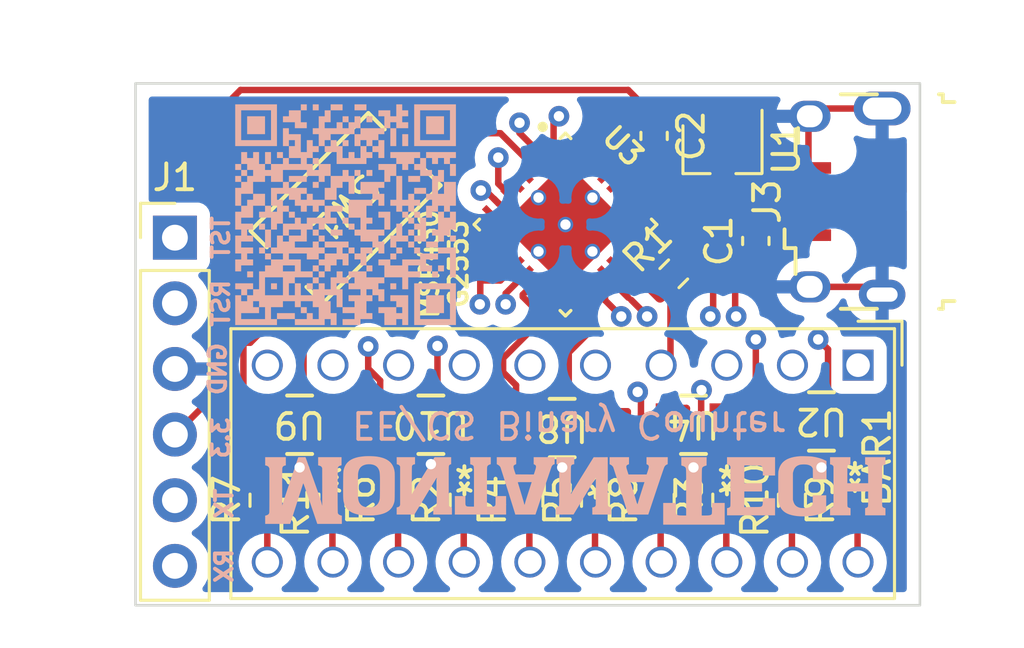
<source format=kicad_pcb>
(kicad_pcb (version 20211014) (generator pcbnew)
  (layers (0 "F.Cu" signal) (1 "In1.Cu" signal) (2 "In2.Cu" signal) (31 "B.Cu" signal) (34 "B.Paste" user) (35 "F.Paste" user) (36 "B.SilkS" user "B.Silkscreen") (37 "F.SilkS" user "F.Silkscreen") (38 "B.Mask" user) (39 "F.Mask" user) (44 "Edge.Cuts" user))
  (net 0 "")
  (net 1 "+5V")
  (net 5 "GND")
  (net 6 "/L9")
  (net 7 "/L8")
  (net 8 "/L7")
  (net 9 "/L6")
  (net 10 "/L5")
  (net 11 "+3V3")
  (net 13 "/L4")
  (net 14 "/L3")
  (net 15 "/L2")
  (net 16 "/L1")
  (net 17 "/L0")
  (net 18 "Net-(R2-Pad2)")
  (net 20 "Net-(R4-Pad2)")
  (net 21 "Net-(R5-Pad2)")
  (net 22 "Net-(R6-Pad2)")
  (net 23 "Net-(R7-Pad2)")
  (net 24 "Net-(R9-Pad2)")
  (net 25 "/RX0")
  (net 26 "/TX0")
  (net 27 "/TST")
  (net 28 "/RST")
  (net 29 "Net-(R8-Pad2)")
  (net 30 "Net-(R10-Pad2)")
  (net 31 "Net-(R11-Pad2)")
  (net 32 "/Sig_L1")
  (net 33 "/Sig_L0")
  (net 34 "Net-(R3-Pad2)")
  (net 35 "/Sig_L8")
  (net 36 "/SW_1")
  (net 37 "/Sig_L9")
  (net 39 "/Sig_L2")
  (net 41 "/Sig_L3")
  (net 42 "/Sig_L4")
  (net 50 "/Sig_L5")
  (net 54 "/Sig_L6")
  (net 55 "/Sig_L7")
  (footprint "Capacitor_SMD:C_0603_1608Metric" (layer "F.Cu") (at 101.092 95.25 90)
    (fp_text reference "C1" (at 0 -1.43 90) (layer "F.SilkS"))
    (fp_text value "0.1u")
    (pad "1" smd roundrect (at -0.775 0 90) (size 0.9 0.95) (layers "F.Cu" "F.Paste" "F.Mask") (net 1 "+5V"))
    (pad "2" smd roundrect (at 0.775 0 90) (size 0.9 0.95) (layers "F.Cu" "F.Paste" "F.Mask") (net 5 "GND"))
  )
  (footprint "USB:USB_Micro-B_Wuerth_629105150521" (layer "F.Cu") (at 105.029 93.726 90)
    (fp_text reference "J3" (at 0 -3.5 90) (layer "F.SilkS"))
    (fp_text value "USB_B_Micro")
    (pad "" np_thru_hole oval (at -1.95 -0.95 90) (size 0.8 0.8) (drill 0.8) (layers F&B.Cu *.Mask))
    (pad "" np_thru_hole oval (at 1.95 -0.95 90) (size 0.8 0.8) (drill 0.8) (layers F&B.Cu *.Mask))
    (pad "1" smd rect (at -1.3 -1.9 90) (size 0.45 1.75) (layers "F.Cu" "F.Paste" "F.Mask") (net 1 "+5V"))
    (pad "2" smd rect (at -0.65 -1.9 90) (size 0.45 1.75) (layers "F.Cu" "F.Paste" "F.Mask"))
    (pad "3" smd rect (at 0 -1.9 90) (size 0.45 1.75) (layers "F.Cu" "F.Paste" "F.Mask"))
    (pad "4" smd rect (at 0.65 -1.9 90) (size 0.45 1.75) (layers "F.Cu" "F.Paste" "F.Mask"))
    (pad "5" smd rect (at 1.3 -1.9 90) (size 0.45 1.75) (layers "F.Cu" "F.Paste" "F.Mask") (net 5 "GND"))
    (pad "6" thru_hole oval (at -3.6 0.95 90) (size 1.15 1.8) (drill oval 0.55 1.2) (layers *.Cu *.Mask) (net 5 "GND"))
    (pad "6" thru_hole oval (at -3.3 -1.85 90) (size 1.2 1.6) (drill oval 0.85 1) (layers *.Cu *.Mask) (net 5 "GND"))
    (pad "6" smd rect (at -1.3 0.95 90) (size 1.9 1.9) (layers "F.Cu" "F.Paste" "F.Mask") (net 5 "GND"))
    (pad "6" smd rect (at 1.3 0.95 90) (size 1.9 1.9) (layers "F.Cu" "F.Paste" "F.Mask") (net 5 "GND"))
    (pad "6" thru_hole oval (at 3.3 -1.85 90) (size 1.2 1.6) (drill oval 0.85 1) (layers *.Cu *.Mask) (net 5 "GND"))
    (pad "6" thru_hole oval (at 3.6 0.95 90) (size 1.3 2.2) (drill oval 0.85 1.5) (layers *.Cu *.Mask) (net 5 "GND"))
  )
  (footprint "6-TSSOP:SOT-363   US6_TOS" (layer "F.Cu") (at 83.439 102.362 180)
    (fp_text reference "U9" (at 0 0 180 unlocked) (layer "F.SilkS"))
    (fp_text value "SSM6N7002KFU_LF")
    (fp_text user "*" (at -1.2954 -2.1486) (layer "F.SilkS"))
    (fp_text user "*" (at -1.2954 -2.1486 180 unlocked) (layer "F.SilkS"))
    (pad "1" smd rect (at -1.0414 -0.649999 180) (size 0.8382 0.3556) (layers "F.Cu" "F.Paste" "F.Mask") (net 5 "GND"))
    (pad "2" smd rect (at -1.0414 0 180) (size 0.8382 0.3556) (layers "F.Cu" "F.Paste" "F.Mask") (net 37 "/Sig_L9"))
    (pad "3" smd rect (at -1.0414 0.649999 180) (size 0.8382 0.3556) (layers "F.Cu" "F.Paste" "F.Mask") (net 31 "Net-(R11-Pad2)"))
    (pad "4" smd rect (at 1.0414 0.649999 180) (size 0.8382 0.3556) (layers "F.Cu" "F.Paste" "F.Mask") (net 5 "GND"))
    (pad "5" smd rect (at 1.0414 0 180) (size 0.8382 0.3556) (layers "F.Cu" "F.Paste" "F.Mask") (net 35 "/Sig_L8"))
    (pad "6" smd rect (at 1.0414 -0.649999 180) (size 0.8382 0.3556) (layers "F.Cu" "F.Paste" "F.Mask") (net 23 "Net-(R7-Pad2)"))
  )
  (footprint "6-TSSOP:SOT-363   US6_TOS" (layer "F.Cu") (at 98.679 102.362 180)
    (fp_text reference "U4" (at 0 0 180 unlocked) (layer "F.SilkS"))
    (fp_text value "SSM6N7002KFU_LF")
    (fp_text user "*" (at -1.2954 -2.1486 180 unlocked) (layer "F.SilkS"))
    (fp_text user "*" (at -1.2954 -2.1486) (layer "F.SilkS"))
    (pad "1" smd rect (at -1.0414 -0.649999 180) (size 0.8382 0.3556) (layers "F.Cu" "F.Paste" "F.Mask") (net 5 "GND"))
    (pad "2" smd rect (at -1.0414 0 180) (size 0.8382 0.3556) (layers "F.Cu" "F.Paste" "F.Mask") (net 41 "/Sig_L3"))
    (pad "3" smd rect (at -1.0414 0.649999 180) (size 0.8382 0.3556) (layers "F.Cu" "F.Paste" "F.Mask") (net 34 "Net-(R3-Pad2)"))
    (pad "4" smd rect (at 1.0414 0.649999 180) (size 0.8382 0.3556) (layers "F.Cu" "F.Paste" "F.Mask") (net 5 "GND"))
    (pad "5" smd rect (at 1.0414 0 180) (size 0.8382 0.3556) (layers "F.Cu" "F.Paste" "F.Mask") (net 39 "/Sig_L2"))
    (pad "6" smd rect (at 1.0414 -0.649999 180) (size 0.8382 0.3556) (layers "F.Cu" "F.Paste" "F.Mask") (net 29 "Net-(R8-Pad2)"))
  )
  (footprint "MSP430G2553IRHB32R:IC_MSP430G2553IRHB32R" (layer "F.Cu") (at 93.726 94.615 -45)
    (fp_text reference "U3" (at -0.57 -3.723 135) (layer "F.SilkS") (effects (font (size 0.8 0.8))))
    (fp_text value "MSP430G2553IRHB32R")
    (pad "1" smd roundrect locked (at -2.4 -1.75 315) (size 0.6 0.25) (layers "F.Cu" "F.Paste") (roundrect_rratio 0.03) (net 25 "/RX0"))
    (pad "2" smd roundrect locked (at -2.4 -1.25 315) (size 0.6 0.25) (layers "F.Cu" "F.Paste") (roundrect_rratio 0.03) (net 26 "/TX0"))
    (pad "3" smd roundrect locked (at -2.4 -0.75 315) (size 0.6 0.25) (layers "F.Cu" "F.Paste") (roundrect_rratio 0.03) (net 36 "/SW_1"))
    (pad "4" smd roundrect locked (at -2.4 -0.25 315) (size 0.6 0.25) (layers "F.Cu" "F.Paste") (roundrect_rratio 0.03))
    (pad "5" smd roundrect locked (at -2.4 0.25 315) (size 0.6 0.25) (layers "F.Cu" "F.Paste") (roundrect_rratio 0.03))
    (pad "6" smd roundrect locked (at -2.4 0.75 315) (size 0.6 0.25) (layers "F.Cu" "F.Paste") (roundrect_rratio 0.03) (net 32 "/Sig_L1"))
    (pad "7" smd roundrect locked (at -2.4 1.25 315) (size 0.6 0.25) (layers "F.Cu" "F.Paste") (roundrect_rratio 0.03) (net 33 "/Sig_L0"))
    (pad "8" smd roundrect locked (at -2.4 1.75 315) (size 0.6 0.25) (layers "F.Cu" "F.Paste") (roundrect_rratio 0.03))
    (pad "9" smd roundrect locked (at -1.75 2.4 45) (size 0.6 0.25) (layers "F.Cu" "F.Paste") (roundrect_rratio 0.03) (net 35 "/Sig_L8"))
    (pad "10" smd roundrect locked (at -1.25 2.4 45) (size 0.6 0.25) (layers "F.Cu" "F.Paste") (roundrect_rratio 0.03) (net 37 "/Sig_L9"))
    (pad "11" smd roundrect locked (at -0.75 2.4 45) (size 0.6 0.25) (layers "F.Cu" "F.Paste") (roundrect_rratio 0.03))
    (pad "12" smd roundrect locked (at -0.25 2.4 45) (size 0.6 0.25) (layers "F.Cu" "F.Paste") (roundrect_rratio 0.03) (net 39 "/Sig_L2"))
    (pad "13" smd roundrect locked (at 0.25 2.4 45) (size 0.6 0.25) (layers "F.Cu" "F.Paste") (roundrect_rratio 0.03) (net 41 "/Sig_L3"))
    (pad "14" smd roundrect locked (at 0.75 2.4 45) (size 0.6 0.25) (layers "F.Cu" "F.Paste") (roundrect_rratio 0.03) (net 42 "/Sig_L4"))
    (pad "15" smd roundrect locked (at 1.25 2.4 45) (size 0.6 0.25) (layers "F.Cu" "F.Paste") (roundrect_rratio 0.03))
    (pad "16" smd roundrect locked (at 1.75 2.4 45) (size 0.6 0.25) (layers "F.Cu" "F.Paste") (roundrect_rratio 0.03))
    (pad "17" smd roundrect locked (at 2.4 1.75 315) (size 0.6 0.25) (layers "F.Cu" "F.Paste") (roundrect_rratio 0.03))
    (pad "18" smd roundrect locked (at 2.4 1.25 315) (size 0.6 0.25) (layers "F.Cu" "F.Paste") (roundrect_rratio 0.03) (net 50 "/Sig_L5"))
    (pad "19" smd roundrect locked (at 2.4 0.75 315) (size 0.6 0.25) (layers "F.Cu" "F.Paste") (roundrect_rratio 0.03) (net 54 "/Sig_L6"))
    (pad "20" smd roundrect locked (at 2.4 0.25 315) (size 0.6 0.25) (layers "F.Cu" "F.Paste") (roundrect_rratio 0.03) (net 55 "/Sig_L7"))
    (pad "21" smd roundrect locked (at 2.4 -0.25 315) (size 0.6 0.25) (layers "F.Cu" "F.Paste") (roundrect_rratio 0.03))
    (pad "22" smd roundrect locked (at 2.4 -0.75 315) (size 0.6 0.25) (layers "F.Cu" "F.Paste") (roundrect_rratio 0.03))
    (pad "23" smd roundrect locked (at 2.4 -1.25 315) (size 0.6 0.25) (layers "F.Cu" "F.Paste") (roundrect_rratio 0.03) (net 28 "/RST"))
    (pad "24" smd roundrect locked (at 2.4 -1.75 315) (size 0.6 0.25) (layers "F.Cu" "F.Paste") (roundrect_rratio 0.03) (net 27 "/TST"))
    (pad "25" smd roundrect locked (at 1.75 -2.4 45) (size 0.6 0.25) (layers "F.Cu" "F.Paste") (roundrect_rratio 0.03))
    (pad "26" smd roundrect locked (at 1.25 -2.4 45) (size 0.6 0.25) (layers "F.Cu" "F.Paste") (roundrect_rratio 0.03))
    (pad "27" smd roundrect locked (at 0.75 -2.4 45) (size 0.6 0.25) (layers "F.Cu" "F.Paste") (roundrect_rratio 0.03) (net 5 "GND"))
    (pad "28" smd roundrect locked (at 0.25 -2.4 45) (size 0.6 0.25) (layers "F.Cu" "F.Paste") (roundrect_rratio 0.03) (net 5 "GND"))
    (pad "29" smd roundrect locked (at -0.25 -2.4 45) (size 0.6 0.25) (layers "F.Cu" "F.Paste") (roundrect_rratio 0.03) (net 11 "+3V3"))
    (pad "30" smd roundrect locked (at -0.75 -2.4 45) (size 0.6 0.25) (layers "F.Cu" "F.Paste") (roundrect_rratio 0.03) (net 11 "+3V3"))
    (pad "31" smd roundrect locked (at -1.25 -2.4 45) (size 0.6 0.25) (layers "F.Cu" "F.Paste") (roundrect_rratio 0.03))
    (pad "32" smd roundrect locked (at -1.75 -2.4 45) (size 0.6 0.25) (layers "F.Cu" "F.Paste") (roundrect_rratio 0.03))
    (pad "33" smd rect locked (at 0 0 315) (size 3.45 3.45) (layers "F.Cu"))
    (pad "34" thru_hole circle locked (at 0 0 315) (size 0.6 0.6) (drill 0.4) (layers *.Cu))
    (pad "35" thru_hole circle locked (at 0 -1.475001 315) (size 0.6 0.6) (drill 0.4) (layers *.Cu))
    (pad "36" thru_hole circle locked (at -1.475001 0 315) (size 0.6 0.6) (drill 0.4) (layers *.Cu))
    (pad "37" thru_hole circle locked (at 0 1.475001 315) (size 0.6 0.6) (drill 0.4) (layers *.Cu))
    (pad "38" thru_hole circle locked (at 1.475001 0 315) (size 0.6 0.6) (drill 0.4) (layers *.Cu))
  )
  (footprint "Resistor_SMD:R_0603_1608Metric" (layer "F.Cu") (at 89.789 105.283 90)
    (fp_text reference "R2" (at 0 -1.43 90) (layer "F.SilkS"))
    (fp_text value "330")
    (pad "1" smd roundrect (at -0.825 0 90) (size 0.8 0.95) (layers "F.Cu" "F.Paste" "F.Mask") (net 9 "/L6"))
    (pad "2" smd roundrect (at 0.825 0 90) (size 0.8 0.95) (layers "F.Cu" "F.Paste" "F.Mask") (net 18 "Net-(R2-Pad2)"))
  )
  (footprint "Resistor_SMD:R_0603_1608Metric" (layer "F.Cu") (at 82.042 105.283 90)
    (fp_text reference "R7" (at 0 -1.43 90) (layer "F.SilkS"))
    (fp_text value "330")
    (pad "1" smd roundrect (at -0.825 0 90) (size 0.8 0.95) (layers "F.Cu" "F.Paste" "F.Mask") (net 6 "/L9"))
    (pad "2" smd roundrect (at 0.825 0 90) (size 0.8 0.95) (layers "F.Cu" "F.Paste" "F.Mask") (net 23 "Net-(R7-Pad2)"))
  )
  (footprint "Connector_PinHeader_2.54mm:PinHeader_1x06_P2.54mm_Vertical" (layer "F.Cu") (at 78.613 95.123)
    (fp_text reference "J1" (at 0 -2.33) (layer "F.SilkS"))
    (fp_text value "Conn_01x06_Male")
    (pad "1" thru_hole rect (at 0 0) (size 1.7 1.7) (drill 1) (layers *.Cu *.Mask) (net 27 "/TST"))
    (pad "2" thru_hole oval (at 0 2.54) (size 1.7 1.7) (drill 1) (layers *.Cu *.Mask) (net 28 "/RST"))
    (pad "3" thru_hole oval (at 0 5.08) (size 1.7 1.7) (drill 1) (layers *.Cu *.Mask) (net 5 "GND"))
    (pad "4" thru_hole oval (at 0 7.62) (size 1.7 1.7) (drill 1) (layers *.Cu *.Mask) (net 11 "+3V3"))
    (pad "5" thru_hole oval (at 0 10.16) (size 1.7 1.7) (drill 1) (layers *.Cu *.Mask) (net 26 "/TX0"))
    (pad "6" thru_hole oval (at 0 12.7) (size 1.7 1.7) (drill 1) (layers *.Cu *.Mask) (net 25 "/RX0"))
  )
  (footprint "Resistor_SMD:R_0603_1608Metric" (layer "F.Cu") (at 102.489 105.283 90)
    (fp_text reference "R10" (at 0 -1.43 90) (layer "F.SilkS"))
    (fp_text value "330")
    (pad "1" smd roundrect (at -0.825 0 90) (size 0.8 0.95) (layers "F.Cu" "F.Paste" "F.Mask") (net 16 "/L1"))
    (pad "2" smd roundrect (at 0.825 0 90) (size 0.8 0.95) (layers "F.Cu" "F.Paste" "F.Mask") (net 30 "Net-(R10-Pad2)"))
  )
  (footprint "Resistor_SMD:R_0603_1608Metric" (layer "F.Cu") (at 97.409 105.283 90)
    (fp_text reference "R8" (at 0 -1.43 90) (layer "F.SilkS"))
    (fp_text value "330")
    (pad "1" smd roundrect (at -0.825 0 90) (size 0.8 0.95) (layers "F.Cu" "F.Paste" "F.Mask") (net 14 "/L3"))
    (pad "2" smd roundrect (at 0.825 0 90) (size 0.8 0.95) (layers "F.Cu" "F.Paste" "F.Mask") (net 29 "Net-(R8-Pad2)"))
  )
  (footprint "Resistor_SMD:R_0603_1608Metric" (layer "F.Cu") (at 92.329 105.283 90)
    (fp_text reference "R4" (at 0 -1.43 90) (layer "F.SilkS"))
    (fp_text value "330")
    (pad "1" smd roundrect (at -0.825 0 90) (size 0.8 0.95) (layers "F.Cu" "F.Paste" "F.Mask") (net 10 "/L5"))
    (pad "2" smd roundrect (at 0.825 0 90) (size 0.8 0.95) (layers "F.Cu" "F.Paste" "F.Mask") (net 20 "Net-(R4-Pad2)"))
  )
  (footprint "Resistor_SMD:R_0603_1608Metric" (layer "F.Cu") (at 84.709 105.283 90)
    (fp_text reference "R11" (at 0 -1.43 90) (layer "F.SilkS"))
    (fp_text value "330")
    (pad "1" smd roundrect (at -0.825 0 90) (size 0.8 0.95) (layers "F.Cu" "F.Paste" "F.Mask") (net 7 "/L8"))
    (pad "2" smd roundrect (at 0.825 0 90) (size 0.8 0.95) (layers "F.Cu" "F.Paste" "F.Mask") (net 31 "Net-(R11-Pad2)"))
  )
  (footprint "Resistor_SMD:R_0603_1608Metric" (layer "F.Cu") (at 105.029 105.283 90)
    (fp_text reference "R9" (at 0 -1.43 90) (layer "F.SilkS"))
    (fp_text value "330")
    (pad "1" smd roundrect (at -0.825 0 90) (size 0.8 0.95) (layers "F.Cu" "F.Paste" "F.Mask") (net 17 "/L0"))
    (pad "2" smd roundrect (at 0.825 0 90) (size 0.8 0.95) (layers "F.Cu" "F.Paste" "F.Mask") (net 24 "Net-(R9-Pad2)"))
  )
  (footprint "SPST_SMT:SW_PTS636_SMT-G_5_CNK" (layer "F.Cu") (at 85.217 93.98 -135)
    (fp_text reference "SW1" (at 0 0 -135 unlocked) (layer "F.SilkS"))
    (fp_text value "PTS636_SM50_SMTR_LFS")
    (pad "1" smd rect (at -4.099999 0 225) (size 2.0066 1.4986) (layers "F.Cu" "F.Paste" "F.Mask") (net 36 "/SW_1"))
    (pad "2" smd rect (at 4.099999 0 225) (size 2.0066 1.4986) (layers "F.Cu" "F.Paste" "F.Mask") (net 5 "GND"))
  )
  (footprint "LOGO" (layer "F.Cu") (at 99.314 92.964 180)
    (fp_text reference "" (at 0 0) (layer "F.SilkS") (effects (font (size 1.524 1.524) (thickness 0.3))))
    (fp_text value "LOGO" hide)
  )
  (footprint "6-TSSOP:SOT-363   US6_TOS" (layer "F.Cu") (at 103.632 102.235 180)
    (fp_text reference "U2" (at 0 0 180 unlocked) (layer "F.SilkS"))
    (fp_text value "SSM6N7002KFU_LF")
    (fp_text user "*" (at -1.2954 -2.1486) (layer "F.SilkS"))
    (fp_text user "*" (at -1.2954 -2.1486 180 unlocked) (layer "F.SilkS"))
    (pad "1" smd rect (at -1.0414 -0.649999 180) (size 0.8382 0.3556) (layers "F.Cu" "F.Paste" "F.Mask") (net 5 "GND"))
    (pad "2" smd rect (at -1.0414 0 180) (size 0.8382 0.3556) (layers "F.Cu" "F.Paste" "F.Mask") (net 32 "/Sig_L1"))
    (pad "3" smd rect (at -1.0414 0.649999 180) (size 0.8382 0.3556) (layers "F.Cu" "F.Paste" "F.Mask") (net 24 "Net-(R9-Pad2)"))
    (pad "4" smd rect (at 1.0414 0.649999 180) (size 0.8382 0.3556) (layers "F.Cu" "F.Paste" "F.Mask") (net 5 "GND"))
    (pad "5" smd rect (at 1.0414 0 180) (size 0.8382 0.3556) (layers "F.Cu" "F.Paste" "F.Mask") (net 33 "/Sig_L0"))
    (pad "6" smd rect (at 1.0414 -0.649999 180) (size 0.8382 0.3556) (layers "F.Cu" "F.Paste" "F.Mask") (net 30 "Net-(R10-Pad2)"))
  )
  (footprint "6-TSSOP:SOT-363   US6_TOS" (layer "F.Cu") (at 88.519 102.362 180)
    (fp_text reference "U10" (at 0 0 180 unlocked) (layer "F.SilkS"))
    (fp_text value "SSM6N7002KFU_LF")
    (fp_text user "*" (at -1.2954 -2.1486 180 unlocked) (layer "F.SilkS"))
    (fp_text user "*" (at -1.2954 -2.1486) (layer "F.SilkS"))
    (pad "1" smd rect (at -1.0414 -0.649999 180) (size 0.8382 0.3556) (layers "F.Cu" "F.Paste" "F.Mask") (net 5 "GND"))
    (pad "2" smd rect (at -1.0414 0 180) (size 0.8382 0.3556) (layers "F.Cu" "F.Paste" "F.Mask") (net 55 "/Sig_L7"))
    (pad "3" smd rect (at -1.0414 0.649999 180) (size 0.8382 0.3556) (layers "F.Cu" "F.Paste" "F.Mask") (net 18 "Net-(R2-Pad2)"))
    (pad "4" smd rect (at 1.0414 0.649999 180) (size 0.8382 0.3556) (layers "F.Cu" "F.Paste" "F.Mask") (net 5 "GND"))
    (pad "5" smd rect (at 1.0414 0 180) (size 0.8382 0.3556) (layers "F.Cu" "F.Paste" "F.Mask") (net 54 "/Sig_L6"))
    (pad "6" smd rect (at 1.0414 -0.649999 180) (size 0.8382 0.3556) (layers "F.Cu" "F.Paste" "F.Mask") (net 22 "Net-(R6-Pad2)"))
  )
  (footprint "Capacitor_SMD:C_0603_1608Metric" (layer "F.Cu") (at 97.155 91.186 -90)
    (fp_text reference "C2" (at 0 -1.43 90) (layer "F.SilkS"))
    (fp_text value "0.1u")
    (pad "1" smd roundrect (at -0.775 0 270) (size 0.9 0.95) (layers "F.Cu" "F.Paste" "F.Mask") (net 11 "+3V3"))
    (pad "2" smd roundrect (at 0.775 0 270) (size 0.9 0.95) (layers "F.Cu" "F.Paste" "F.Mask") (net 5 "GND"))
  )
  (footprint "Resistor_SMD:R_0603_1608Metric" (layer "F.Cu") (at 97.917 96.52 45)
    (fp_text reference "R1" (at 0 -1.43 45) (layer "F.SilkS"))
    (fp_text value "10k")
    (pad "1" smd roundrect (at -0.825 0 45) (size 0.8 0.95) (layers "F.Cu" "F.Paste" "F.Mask") (net 11 "+3V3"))
    (pad "2" smd roundrect (at 0.825 0 45) (size 0.8 0.95) (layers "F.Cu" "F.Paste" "F.Mask") (net 28 "/RST"))
  )
  (footprint "Resistor_SMD:R_0603_1608Metric" (layer "F.Cu") (at 94.869 105.283 90)
    (fp_text reference "R5" (at 0 -1.43 90) (layer "F.SilkS"))
    (fp_text value "330")
    (pad "1" smd roundrect (at -0.825 0 90) (size 0.8 0.95) (layers "F.Cu" "F.Paste" "F.Mask") (net 13 "/L4"))
    (pad "2" smd roundrect (at 0.825 0 90) (size 0.8 0.95) (layers "F.Cu" "F.Paste" "F.Mask") (net 21 "Net-(R5-Pad2)"))
  )
  (footprint "Resistor_SMD:R_0603_1608Metric" (layer "F.Cu") (at 87.249 105.283 90)
    (fp_text reference "R6" (at 0 -1.43 90) (layer "F.SilkS"))
    (fp_text value "330")
    (pad "1" smd roundrect (at -0.825 0 90) (size 0.8 0.95) (layers "F.Cu" "F.Paste" "F.Mask") (net 8 "/L7"))
    (pad "2" smd roundrect (at 0.825 0 90) (size 0.8 0.95) (layers "F.Cu" "F.Paste" "F.Mask") (net 22 "Net-(R6-Pad2)"))
  )
  (footprint "Package_TO_SOT_SMD:TSOT-23" (layer "F.Cu") (at 99.822 91.694 -90)
    (fp_text reference "U1" (at 0 -2.45 90) (layer "F.SilkS"))
    (fp_text value "AP2127N3-1.2")
    (pad "1" smd rect (at -1.31 -0.95 270) (size 1.22 0.65) (layers "F.Cu" "F.Paste" "F.Mask") (net 5 "GND"))
    (pad "2" smd rect (at -1.31 0.95 270) (size 1.22 0.65) (layers "F.Cu" "F.Paste" "F.Mask") (net 11 "+3V3"))
    (pad "3" smd rect (at 1.31 0 270) (size 1.22 0.65) (layers "F.Cu" "F.Paste" "F.Mask") (net 1 "+5V"))
  )
  (footprint "Resistor_SMD:R_0603_1608Metric" (layer "F.Cu") (at 99.949 105.283 90)
    (fp_text reference "R3" (at 0 -1.43 90) (layer "F.SilkS"))
    (fp_text value "330")
    (pad "1" smd roundrect (at -0.825 0 90) (size 0.8 0.95) (layers "F.Cu" "F.Paste" "F.Mask") (net 15 "/L2"))
    (pad "2" smd roundrect (at 0.825 0 90) (size 0.8 0.95) (layers "F.Cu" "F.Paste" "F.Mask") (net 34 "Net-(R3-Pad2)"))
  )
  (footprint "6-TSSOP:SOT-363   US6_TOS" (layer "F.Cu") (at 93.599 102.489 180)
    (fp_text reference "U8" (at 0 0 180 unlocked) (layer "F.SilkS"))
    (fp_text value "SSM6N7002KFU_LF")
    (fp_text user "*" (at -1.2954 -2.1486) (layer "F.SilkS"))
    (fp_text user "*" (at -1.2954 -2.1486 180 unlocked) (layer "F.SilkS"))
    (pad "1" smd rect (at -1.0414 -0.649999 180) (size 0.8382 0.3556) (layers "F.Cu" "F.Paste" "F.Mask") (net 5 "GND"))
    (pad "2" smd rect (at -1.0414 0 180) (size 0.8382 0.3556) (layers "F.Cu" "F.Paste" "F.Mask") (net 50 "/Sig_L5"))
    (pad "3" smd rect (at -1.0414 0.649999 180) (size 0.8382 0.3556) (layers "F.Cu" "F.Paste" "F.Mask") (net 21 "Net-(R5-Pad2)"))
    (pad "4" smd rect (at 1.0414 0.649999 180) (size 0.8382 0.3556) (layers "F.Cu" "F.Paste" "F.Mask") (net 5 "GND"))
    (pad "5" smd rect (at 1.0414 0 180) (size 0.8382 0.3556) (layers "F.Cu" "F.Paste" "F.Mask") (net 42 "/Sig_L4"))
    (pad "6" smd rect (at 1.0414 -0.649999 180) (size 0.8382 0.3556) (layers "F.Cu" "F.Paste" "F.Mask") (net 20 "Net-(R4-Pad2)"))
  )
  (footprint "Display:HDSP-4830" (layer "F.Cu") (at 105.0485 100.0565 -90)
    (fp_text reference "BAR1" (at 3.5755 -0.7425 90) (layer "F.SilkS"))
    (fp_text value "HDSP-4830_2")
    (pad "1" thru_hole rect (at 0 0 180) (size 1.2 1.2) (drill 0.9144) (layers *.Cu *.Mask) (net 11 "+3V3"))
    (pad "2" thru_hole circle (at 0 2.54 180) (size 1.2 1.2) (drill 0.9144) (layers *.Cu *.Mask) (net 11 "+3V3"))
    (pad "3" thru_hole circle (at 0 5.08 180) (size 1.2 1.2) (drill 0.9144) (layers *.Cu *.Mask) (net 11 "+3V3"))
    (pad "4" thru_hole circle (at 0 7.62 180) (size 1.2 1.2) (drill 0.9144) (layers *.Cu *.Mask) (net 11 "+3V3"))
    (pad "5" thru_hole circle (at 0 10.16 180) (size 1.2 1.2) (drill 0.9144) (layers *.Cu *.Mask) (net 11 "+3V3"))
    (pad "6" thru_hole circle (at 0 12.7 180) (size 1.2 1.2) (drill 0.9144) (layers *.Cu *.Mask) (net 11 "+3V3"))
    (pad "7" thru_hole circle (at 0 15.24 180) (size 1.2 1.2) (drill 0.9144) (layers *.Cu *.Mask) (net 11 "+3V3"))
    (pad "8" thru_hole circle (at 0 17.78 180) (size 1.2 1.2) (drill 0.9144) (layers *.Cu *.Mask) (net 11 "+3V3"))
    (pad "9" thru_hole circle (at 0 20.32 180) (size 1.2 1.2) (drill 0.9144) (layers *.Cu *.Mask) (net 11 "+3V3"))
    (pad "10" thru_hole circle (at 0 22.86 180) (size 1.2 1.2) (drill 0.9144) (layers *.Cu *.Mask) (net 11 "+3V3"))
    (pad "11" thru_hole circle (at 7.62 22.86 180) (size 1.2 1.2) (drill 0.9144) (layers *.Cu *.Mask) (net 6 "/L9"))
    (pad "12" thru_hole circle (at 7.62 20.32 180) (size 1.2 1.2) (drill 0.9144) (layers *.Cu *.Mask) (net 7 "/L8"))
    (pad "13" thru_hole circle (at 7.62 17.78 180) (size 1.2 1.2) (drill 0.9144) (layers *.Cu *.Mask) (net 8 "/L7"))
    (pad "14" thru_hole circle (at 7.62 15.24 180) (size 1.2 1.2) (drill 0.9144) (layers *.Cu *.Mask) (net 9 "/L6"))
    (pad "15" thru_hole circle (at 7.62 12.7 180) (size 1.2 1.2) (drill 0.9144) (layers *.Cu *.Mask) (net 10 "/L5"))
    (pad "16" thru_hole circle (at 7.62 10.16 180) (size 1.2 1.2) (drill 0.9144) (layers *.Cu *.Mask) (net 13 "/L4"))
    (pad "17" thru_hole circle (at 7.62 7.62 180) (size 1.2 1.2) (drill 0.9144) (layers *.Cu *.Mask) (net 14 "/L3"))
    (pad "18" thru_hole circle (at 7.62 5.08 180) (size 1.2 1.2) (drill 0.9144) (layers *.Cu *.Mask) (net 15 "/L2"))
    (pad "19" thru_hole circle (at 7.62 2.54 180) (size 1.2 1.2) (drill 0.9144) (layers *.Cu *.Mask) (net 16 "/L1"))
    (pad "20" thru_hole circle (at 7.62 0 180) (size 1.2 1.2) (drill 0.9144) (layers *.Cu *.Mask) (net 17 "/L0"))
  )
  (footprint "LOGO" (layer "B.Cu") (at 94.107 104.902)
    (fp_text reference "" (at 0 0) (layer "B.SilkS") (effects (font (size 1.524 1.524) (thickness 0.3)) (justify mirror)))
    (fp_text value "LOGO" hide)
  )
  (footprint "LOGO" (layer "B.Cu") (at 85.217 94.234 180)
    (fp_text reference "" (at 0 0) (layer "B.SilkS") (effects (font (size 1.524 1.524) (thickness 0.3)) (justify mirror)))
    (fp_text value "LOGO" hide)
  )
  (gr_rect (start 77.089 109.347) (end 107.442 89.154) (layer "Edge.Cuts") (width 0.1) (fill none))
  (gr_text "EE/CS Binary Counter" (at 93.853 102.362 180) (layer "B.SilkS") (effects (font (size 1 1)) (justify mirror)))
  (gr_text "RST" (at 80.391 97.663 90) (layer "B.SilkS") (effects (font (size 0.65 0.65)) (justify mirror)))
  (gr_text "3.3" (at 80.391 102.87 90) (layer "B.SilkS") (effects (font (size 0.65 0.65)) (justify mirror)))
  (gr_text "GND" (at 80.264 100.203 90) (layer "B.SilkS") (effects (font (size 0.65 0.65)) (justify mirror)))
  (gr_text "RX" (at 80.518 107.823 90) (layer "B.SilkS") (effects (font (size 0.65 0.65)) (justify mirror)))
  (gr_text "TST" (at 80.391 95.123 90) (layer "B.SilkS") (effects (font (size 0.65 0.65)) (justify mirror)))
  (gr_text "TX" (at 80.518 105.41 90) (layer "B.SilkS") (effects (font (size 0.65 0.65)) (justify mirror)))
  (gr_text "MSP430\nG2553" (at 89.027 96.139 90) (layer "F.SilkS") (effects (font (size 0.7 0.7))))
  (segment (start 99.822 94.755) (end 101.092 96.025) (width 0.25) (layer "F.Cu") (net 1))
  (segment (start 103.129 95.026) (end 102.967 95.026) (width 0.25) (layer "F.Cu") (net 1))
  (segment (start 99.822 93.004) (end 99.822 94.755) (width 0.25) (layer "F.Cu") (net 1))
  (segment (start 102.967 95.026) (end 101.968 96.025) (width 0.25) (layer "F.Cu") (net 1))
  (segment (start 101.968 96.025) (end 101.092 96.025) (width 0.25) (layer "F.Cu") (net 1))
  (segment (start 80.814469 104.447252) (end 81.650217 105.283) (width 0.25) (layer "F.Cu") (net 5))
  (segment (start 103.129 92.426) (end 102.004 92.426) (width 0.25) (layer "F.Cu") (net 5))
  (segment (start 102.004 92.426) (end 101.092 93.338) (width 0.25) (layer "F.Cu") (net 5))
  (segment (start 83.141211 101.859689) (end 82.993523 101.712001) (width 0.25) (layer "F.Cu") (net 5))
  (segment (start 97.155 91.961) (end 97.142 91.961) (width 0.25) (layer "F.Cu") (net 5))
  (segment (start 99.7204 103.011999) (end 99.0513 103.011999) (width 0.25) (layer "F.Cu") (net 5))
  (segment (start 95.599833 93.09472) (end 95.599833 93.094721) (width 0.25) (layer "F.Cu") (net 5))
  (segment (start 93.301211 101.913512) (end 93.301211 103.124) (width 0.25) (layer "F.Cu") (net 5))
  (segment (start 97.155 91.961) (end 99.195 91.961) (width 0.25) (layer "F.Cu") (net 5))
  (segment (start 83.424001 103.011999) (end 83.424001 103.998001) (width 0.25) (layer "F.Cu") (net 5))
  (segment (start 99.0513 103.011999) (end 98.730651 102.691349) (width 0.25) (layer "F.Cu") (net 5))
  (segment (start 89.5604 103.011999) (end 88.533999 103.011999) (width 0.25) (layer "F.Cu") (net 5))
  (segment (start 105.979 95.026) (end 105.979 97.326) (width 0.25) (layer "F.Cu") (net 5))
  (segment (start 93.584001 103.138999) (end 93.584001 103.998001) (width 0.25) (layer "F.Cu") (net 5))
  (segment (start 105.679 97.026) (end 105.979 97.326) (width 0.25) (layer "F.Cu") (net 5))
  (segment (start 103.186523 101.585001) (end 102.5906 101.585001) (width 0.25) (layer "F.Cu") (net 5))
  (segment (start 82.317863 96.879137) (end 80.814469 98.382531) (width 0.25) (layer "F.Cu") (net 5))
  (segment (start 100.814 90.426) (end 100.772 90.384) (width 0.25) (layer "F.Cu") (net 5))
  (segment (start 81.650217 105.283) (end 82.55 105.283) (width 0.25) (layer "F.Cu") (net 5))
  (segment (start 95.804056 93.298944) (end 95.953386 93.448274) (width 0.25) (layer "F.Cu") (net 5))
  (segment (start 98.410001 101.712001) (end 97.6376 101.712001) (width 0.25) (layer "F.Cu") (net 5))
  (segment (start 88.533999 103.011999) (end 88.533999 103.871001) (width 0.25) (layer "F.Cu") (net 5))
  (segment (start 103.479 90.126) (end 103.179 90.426) (width 0.25) (layer "F.Cu") (net 5))
  (segment (start 103.744001 102.884999) (end 103.392999 102.884999) (width 0.25) (layer "F.Cu") (net 5))
  (segment (start 93.584001 103.998001) (end 93.599 104.013) (width 0.25) (layer "F.Cu") (net 5))
  (segment (start 88.533999 103.011999) (end 88.23621 103.011999) (width 0.25) (layer "F.Cu") (net 5))
  (segment (start 105.979 92.426) (end 105.979 95.026) (width 0.25) (layer "F.Cu") (net 5))
  (segment (start 93.584001 103.138999) (end 94.6404 103.138999) (width 0.25) (layer "F.Cu") (net 5))
  (segment (start 93.301211 103.124) (end 93.31621 103.138999) (width 0.25) (layer "F.Cu") (net 5))
  (segment (start 103.179 97.026) (end 105.679 97.026) (width 0.25) (layer "F.Cu") (net 5))
  (segment (start 103.179 90.426) (end 100.814 90.426) (width 0.25) (layer "F.Cu") (net 5))
  (segment (start 98.730651 102.691349) (end 98.730651 103.961349) (width 0.25) (layer "F.Cu") (net 5))
  (segment (start 103.129 90.476) (end 103.179 90.426) (width 0.25) (layer "F.Cu") (net 5))
  (segment (start 80.814469 98.382531) (end 80.814469 104.447252) (width 0.25) (layer "F.Cu") (net 5))
  (segment (start 104.6734 102.884999) (end 103.744001 102.884999) (width 0.25) (layer "F.Cu") (net 5))
  (segment (start 88.073523 101.712001) (end 87.4776 101.712001) (width 0.25) (layer "F.Cu") (net 5))
  (segment (start 97.142 91.961) (end 95.804056 93.298944) (width 0.25) (layer "F.Cu") (net 5))
  (segment (start 98.425 102.385699) (end 98.425 101.727) (width 0.25) (layer "F.Cu") (net 5))
  (segment (start 88.221211 102.997) (end 88.221211 101.859689) (width 0.25) (layer "F.Cu") (net 5))
  (segment (start 103.129 92.426) (end 103.129 90.476) (width 0.25) (layer "F.Cu") (net 5))
  (segment (start 83.439 104.394) (end 83.439 104.013) (width 0.25) (layer "F.Cu") (net 5))
  (segment (start 92.5576 101.839001) (end 93.2267 101.839001) (width 0.25) (layer "F.Cu") (net 5))
  (segment (start 83.15621 103.011999) (end 83.141211 102.997) (width 0.25) (layer "F.Cu") (net 5))
  (segment (start 88.533999 103.871001) (end 88.519 103.886) (width 0.25) (layer "F.Cu") (net 5))
  (segment (start 84.4804 103.011999) (end 83.424001 103.011999) (width 0.25) (layer "F.Cu") (net 5))
  (segment (start 98.730651 103.961349) (end 98.679 104.013) (width 0.25) (layer "F.Cu") (net 5))
  (segment (start 83.424001 103.011999) (end 83.15621 103.011999) (width 0.25) (layer "F.Cu") (net 5))
  (segment (start 82.993523 101.712001) (end 82.3976 101.712001) (width 0.25) (layer "F.Cu") (net 5))
  (segment (start 101.092 93.338) (end 101.092 94.475) (width 0.25) (layer "F.Cu") (net 5))
  (segment (start 103.378 101.776478) (end 103.186523 101.585001) (width 0.25) (layer "F.Cu") (net 5))
  (segment (start 99.195 91.961) (end 100.772 90.384) (width 0.25) (layer "F.Cu") (net 5))
  (segment (start 105.979 90.126) (end 105.979 92.426) (width 0.25) (layer "F.Cu") (net 5))
  (segment (start 83.424001 103.998001) (end 83.439 104.013) (width 0.25) (layer "F.Cu") (net 5))
  (segment (start 103.744001 103.900999) (end 103.632 104.013) (width 0.25) (layer "F.Cu") (net 5))
  (segment (start 95.599833 93.094721) (end 95.804056 93.298944) (width 0.25) (layer "F.Cu") (net 5))
  (segment (start 103.392999 102.884999) (end 103.378 102.87) (width 0.25) (layer "F.Cu") (net 5))
  (segment (start 83.141211 102.997) (end 83.141211 101.859689) (width 0.25) (layer "F.Cu") (net 5))
  (segment (start 88.221211 101.859689) (end 88.073523 101.712001) (width 0.25) (layer "F.Cu") (net 5))
  (segment (start 98.425 101.727) (end 98.410001 101.712001) (width 0.25) (layer "F.Cu") (net 5))
  (segment (start 103.744001 102.884999) (end 103.744001 103.900999) (width 0.25) (layer "F.Cu") (net 5))
  (segment (start 82.55 105.283) (end 83.439 104.394) (width 0.25) (layer "F.Cu") (net 5))
  (segment (start 88.23621 103.011999) (end 88.221211 102.997) (width 0.25) (layer "F.Cu") (net 5))
  (segment (start 98.730651 102.691349) (end 98.425 102.385699) (width 0.25) (layer "F.Cu") (net 5))
  (segment (start 105.979 90.126) (end 103.479 90.126) (width 0.25) (layer "F.Cu") (net 5))
  (segment (start 93.31621 103.138999) (end 93.584001 103.138999) (width 0.25) (layer "F.Cu") (net 5))
  (segment (start 103.378 102.87) (end 103.378 101.776478) (width 0.25) (layer "F.Cu") (net 5))
  (segment (start 93.2267 101.839001) (end 93.301211 101.913512) (width 0.25) (layer "F.Cu") (net 5))
  (via (at 88.519 103.886) (size 0.8) (drill 0.4) (layers "F.Cu" "B.Cu") (net 5))
  (via (at 83.439 104.013) (size 0.8) (drill 0.4) (layers "F.Cu" "B.Cu") (net 5))
  (via (at 103.632 104.013) (size 0.8) (drill 0.4) (layers "F.Cu" "B.Cu") (net 5))
  (via (at 98.679 104.013) (size 0.8) (drill 0.4) (layers "F.Cu" "B.Cu") (net 5))
  (via (at 93.599 104.013) (size 0.8) (drill 0.4) (layers "F.Cu" "B.Cu") (net 5))
  (segment (start 82.1885 106.2545) (end 82.042 106.108) (width 0.25) (layer "F.Cu") (net 6))
  (segment (start 82.1885 107.6765) (end 82.1885 106.2545) (width 0.25) (layer "F.Cu") (net 6))
  (segment (start 84.709 107.657) (end 84.7285 107.6765) (width 0.25) (layer "F.Cu") (net 7))
  (segment (start 84.709 106.108) (end 84.709 107.657) (width 0.25) (layer "F.Cu") (net 7))
  (segment (start 87.249 107.657) (end 87.2685 107.6765) (width 0.25) (layer "F.Cu") (net 8))
  (segment (start 87.249 106.108) (end 87.249 107.657) (width 0.25) (layer "F.Cu") (net 8))
  (segment (start 89.789 106.108) (end 89.789 107.657) (width 0.25) (layer "F.Cu") (net 9))
  (segment (start 89.789 107.657) (end 89.8085 107.6765) (width 0.25) (layer "F.Cu") (net 9))
  (segment (start 92.329 106.108) (end 92.329 107.657) (width 0.25) (layer "F.Cu") (net 10))
  (segment (start 92.329 107.657) (end 92.3485 107.6765) (width 0.25) (layer "F.Cu") (net 10))
  (segment (start 97.79 97.409) (end 97.484363 97.103363) (width 0.25) (layer "F.Cu") (net 11))
  (segment (start 97.79 99.695) (end 97.79 97.409) (width 0.25) (layer "F.Cu") (net 11))
  (segment (start 95.24628 92.741167) (end 95.246279 92.741167) (width 0.25) (layer "F.Cu") (net 11))
  (segment (start 97.4285 100.0565) (end 97.79 99.695) (width 0.25) (layer "F.Cu") (net 11))
  (segment (start 96.86934 90.411) (end 94.892726 92.387614) (width 0.25) (layer "F.Cu") (net 11))
  (segment (start 96.152 89.408) (end 81.153 89.408) (width 0.25) (layer "F.Cu") (net 11))
  (segment (start 97.155 90.411) (end 96.152 89.408) (width 0.25) (layer "F.Cu") (net 11))
  (segment (start 98.845 90.411) (end 98.872 90.384) (width 0.25) (layer "F.Cu") (net 11))
  (segment (start 80.137 101.219) (end 78.613 102.743) (width 0.25) (layer "F.Cu") (net 11))
  (segment (start 81.153 89.408) (end 80.137 90.424) (width 0.25) (layer "F.Cu") (net 11))
  (segment (start 80.137 90.424) (end 80.137 101.219) (width 0.25) (layer "F.Cu") (net 11))
  (segment (start 97.484363 97.103363) (end 97.333637 97.103363) (width 0.25) (layer "F.Cu") (net 11))
  (segment (start 95.246279 92.741167) (end 94.892726 92.387614) (width 0.25) (layer "F.Cu") (net 11))
  (segment (start 97.155 90.411) (end 98.845 90.411) (width 0.25) (layer "F.Cu") (net 11))
  (segment (start 97.155 90.411) (end 96.86934 90.411) (width 0.25) (layer "F.Cu") (net 11))
  (segment (start 94.869 106.108) (end 94.869 107.657) (width 0.25) (layer "F.Cu") (net 13))
  (segment (start 94.869 107.657) (end 94.8885 107.6765) (width 0.25) (layer "F.Cu") (net 13))
  (segment (start 97.409 107.657) (end 97.4285 107.6765) (width 0.25) (layer "F.Cu") (net 14))
  (segment (start 97.409 106.108) (end 97.409 107.657) (width 0.25) (layer "F.Cu") (net 14))
  (segment (start 99.949 107.657) (end 99.9685 107.6765) (width 0.25) (layer "F.Cu") (net 15))
  (segment (start 99.949 106.108) (end 99.949 107.657) (width 0.25) (layer "F.Cu") (net 15))
  (segment (start 102.489 106.108) (end 102.489 107.657) (width 0.25) (layer "F.Cu") (net 16))
  (segment (start 102.489 107.657) (end 102.5085 107.6765) (width 0.25) (layer "F.Cu") (net 16))
  (segment (start 105.029 107.657) (end 105.0485 107.6765) (width 0.25) (layer "F.Cu") (net 17))
  (segment (start 105.029 106.108) (end 105.029 107.657) (width 0.25) (layer "F.Cu") (net 17))
  (segment (start 91.059 101.727) (end 91.059 104.521) (width 0.25) (layer "F.Cu") (net 18))
  (segment (start 89.5604 101.712001) (end 91.044001 101.712001) (width 0.25) (layer "F.Cu") (net 18))
  (segment (start 89.852 104.521) (end 89.789 104.458) (width 0.25) (layer "F.Cu") (net 18))
  (segment (start 91.044001 101.712001) (end 91.059 101.727) (width 0.25) (layer "F.Cu") (net 18))
  (segment (start 91.059 104.521) (end 89.852 104.521) (width 0.25) (layer "F.Cu") (net 18))
  (segment (start 92.329 104.458) (end 92.329 103.367599) (width 0.25) (layer "F.Cu") (net 20))
  (segment (start 92.329 103.367599) (end 92.5576 103.138999) (width 0.25) (layer "F.Cu") (net 20))
  (segment (start 94.6404 101.839001) (end 96.124001 101.839001) (width 0.25) (layer "F.Cu") (net 21))
  (segment (start 96.139 101.854) (end 96.139 104.648) (width 0.25) (layer "F.Cu") (net 21))
  (segment (start 96.139 104.648) (end 95.059 104.648) (width 0.25) (layer "F.Cu") (net 21))
  (segment (start 96.124001 101.839001) (end 96.139 101.854) (width 0.25) (layer "F.Cu") (net 21))
  (segment (start 95.059 104.648) (end 94.869 104.458) (width 0.25) (layer "F.Cu") (net 21))
  (segment (start 87.4776 104.2294) (end 87.249 104.458) (width 0.25) (layer "F.Cu") (net 22))
  (segment (start 87.4776 103.011999) (end 87.4776 104.2294) (width 0.25) (layer "F.Cu") (net 22))
  (segment (start 82.3976 103.011999) (end 82.3976 104.1024) (width 0.25) (layer "F.Cu") (net 23))
  (segment (start 82.3976 104.1024) (end 82.042 104.458) (width 0.25) (layer "F.Cu") (net 23))
  (segment (start 105.092 104.521) (end 105.029 104.458) (width 0.25) (layer "F.Cu") (net 24))
  (segment (start 105.791 101.6) (end 105.791 104.521) (width 0.25) (layer "F.Cu") (net 24))
  (segment (start 105.791 104.521) (end 105.092 104.521) (width 0.25) (layer "F.Cu") (net 24))
  (segment (start 105.776001 101.585001) (end 105.791 101.6) (width 0.25) (layer "F.Cu") (net 24))
  (segment (start 104.6734 101.585001) (end 105.776001 101.585001) (width 0.25) (layer "F.Cu") (net 24))
  (segment (start 93.472 90.424) (end 93.266381 90.629619) (width 0.25) (layer "F.Cu") (net 25))
  (segment (start 93.266381 90.629619) (end 93.266381 91.680507) (width 0.25) (layer "F.Cu") (net 25))
  (via (at 93.472 90.424) (size 0.8) (drill 0.4) (layers "F.Cu" "B.Cu") (net 25))
  (segment (start 91.948 90.678) (end 91.948 91.069233) (width 0.25) (layer "F.Cu") (net 26))
  (segment (start 91.948 91.069233) (end 92.912827 92.03406) (width 0.25) (layer "F.Cu") (net 26))
  (via (at 91.948 90.678) (size 0.8) (drill 0.4) (layers "F.Cu" "B.Cu") (net 26))
  (segment (start 100.29248 96.393) (end 100.29248 98.13348) (width 0.25) (layer "F.Cu") (net 27))
  (segment (start 96.993112 94.742) (end 96.660493 95.074619) (width 0.25) (layer "F.Cu") (net 27))
  (segment (start 100.29248 96.35548) (end 100.29248 96.393) (width 0.25) (layer "F.Cu") (net 27))
  (segment (start 100.29248 98.13348) (end 100.33 98.171) (width 0.25) (layer "F.Cu") (net 27))
  (segment (start 98.044 94.742) (end 96.993112 94.742) (width 0.25) (layer "F.Cu") (net 27))
  (segment (start 98.044 94.742) (end 98.679 94.742) (width 0.25) (layer "F.Cu") (net 27))
  (segment (start 98.679 94.742) (end 100.29248 96.35548) (width 0.25) (layer "F.Cu") (net 27))
  (via (at 100.33 98.171) (size 0.8) (drill 0.4) (layers "F.Cu" "B.Cu") (net 27))
  (segment (start 98.500363 95.936637) (end 98.603637 95.936637) (width 0.25) (layer "F.Cu") (net 28))
  (segment (start 98.603637 95.936637) (end 99.441 96.774) (width 0.25) (layer "F.Cu") (net 28))
  (segment (start 96.815404 95.936637) (end 98.500363 95.936637) (width 0.25) (layer "F.Cu") (net 28))
  (segment (start 99.441 98.060497) (end 99.330497 98.171) (width 0.25) (layer "F.Cu") (net 28))
  (segment (start 99.441 96.774) (end 99.441 98.060497) (width 0.25) (layer "F.Cu") (net 28))
  (segment (start 96.30694 95.428173) (end 96.815404 95.936637) (width 0.25) (layer "F.Cu") (net 28))
  (via (at 99.330497 98.171) (size 0.8) (drill 0.4) (layers "F.Cu" "B.Cu") (net 28))
  (segment (start 97.6376 103.011999) (end 97.6376 104.2294) (width 0.25) (layer "F.Cu") (net 29))
  (segment (start 97.6376 104.2294) (end 97.409 104.458) (width 0.25) (layer "F.Cu") (net 29))
  (segment (start 102.489 104.458) (end 102.489 102.986599) (width 0.25) (layer "F.Cu") (net 30))
  (segment (start 102.489 102.986599) (end 102.5906 102.884999) (width 0.25) (layer "F.Cu") (net 30))
  (segment (start 84.4804 101.712001) (end 86.091001 101.712001) (width 0.25) (layer "F.Cu") (net 31))
  (segment (start 86.106 101.727) (end 86.106 104.521) (width 0.25) (layer "F.Cu") (net 31))
  (segment (start 84.772 104.521) (end 84.709 104.458) (width 0.25) (layer "F.Cu") (net 31))
  (segment (start 86.106 104.521) (end 84.772 104.521) (width 0.25) (layer "F.Cu") (net 31))
  (segment (start 86.091001 101.712001) (end 86.106 101.727) (width 0.25) (layer "F.Cu") (net 31))
  (segment (start 91.126202 93.031202) (end 91.498614 93.403614) (width 0.25) (layer "F.Cu") (net 32))
  (segment (start 104.6734 102.235) (end 104.0043 102.235) (width 0.25) (layer "F.Cu") (net 32))
  (segment (start 103.886 102.1167) (end 103.886 99.441) (width 0.25) (layer "F.Cu") (net 32))
  (segment (start 91.126202 92.0238) (end 91.126202 93.031202) (width 0.25) (layer "F.Cu") (net 32))
  (segment (start 91.498614 93.403614) (end 91.498614 93.448274) (width 0.25) (layer "F.Cu") (net 32))
  (segment (start 103.886 99.441) (end 103.505 99.06) (width 0.25) (layer "F.Cu") (net 32))
  (segment (start 104.0043 102.235) (end 103.886 102.1167) (width 0.25) (layer "F.Cu") (net 32))
  (via (at 103.505 99.06) (size 0.8) (drill 0.4) (layers "F.Cu" "B.Cu") (net 32))
  (via (at 91.126202 92.0238) (size 0.8) (drill 0.4) (layers "F.Cu" "B.Cu") (net 32))
  (segment (start 101.9215 102.235) (end 101.854 102.1675) (width 0.25) (layer "F.Cu") (net 33))
  (segment (start 101.854 102.1675) (end 101.854 101.981) (width 0.25) (layer "F.Cu") (net 33))
  (segment (start 101.092 99.06) (end 101.092 101.091282) (width 0.25) (layer "F.Cu") (net 33))
  (segment (start 90.630891 93.297891) (end 91.134827 93.801827) (width 0.25) (layer "F.Cu") (net 33))
  (segment (start 101.092 101.091282) (end 101.473359 101.472641) (width 0.25) (layer "F.Cu") (net 33))
  (segment (start 90.452571 93.297891) (end 90.630891 93.297891) (width 0.25) (layer "F.Cu") (net 33))
  (segment (start 101.854 101.981) (end 101.854 101.854) (width 0.25) (layer "F.Cu") (net 33))
  (segment (start 101.854 101.854) (end 101.473 101.473) (width 0.25) (layer "F.Cu") (net 33))
  (segment (start 91.134827 93.801827) (end 91.14506 93.801827) (width 0.25) (layer "F.Cu") (net 33))
  (segment (start 102.5906 102.235) (end 101.9215 102.235) (width 0.25) (layer "F.Cu") (net 33))
  (via (at 90.452571 93.297891) (size 0.8) (drill 0.4) (layers "F.Cu" "B.Cu") (net 33))
  (via (at 101.092 99.06) (size 0.8) (drill 0.4) (layers "F.Cu" "B.Cu") (net 33))
  (segment (start 101.092 101.727) (end 101.092 104.521) (width 0.25) (layer "F.Cu") (net 34))
  (segment (start 101.077001 101.712001) (end 101.092 101.727) (width 0.25) (layer "F.Cu") (net 34))
  (segment (start 100.012 104.521) (end 99.949 104.458) (width 0.25) (layer "F.Cu") (net 34))
  (segment (start 101.092 104.521) (end 100.012 104.521) (width 0.25) (layer "F.Cu") (net 34))
  (segment (start 99.7204 101.712001) (end 101.077001 101.712001) (width 0.25) (layer "F.Cu") (net 34))
  (segment (start 82.3976 102.362) (end 81.7285 102.362) (width 0.25) (layer "F.Cu") (net 35))
  (segment (start 81.7285 102.362) (end 81.263989 101.897489) (width 0.25) (layer "F.Cu") (net 35))
  (segment (start 81.28 99.187) (end 81.52861 99.187) (width 0.25) (layer "F.Cu") (net 35))
  (segment (start 81.263989 101.897489) (end 81.263989 99.203011) (width 0.25) (layer "F.Cu") (net 35))
  (segment (start 81.52861 99.187) (end 83.81461 96.901) (width 0.25) (layer "F.Cu") (net 35))
  (segment (start 81.263989 99.203011) (end 81.28 99.187) (width 0.25) (layer "F.Cu") (net 35))
  (segment (start 88.965126 96.901) (end 90.791507 95.074619) (width 0.25) (layer "F.Cu") (net 35))
  (segment (start 83.81461 96.901) (end 88.965126 96.901) (width 0.25) (layer "F.Cu") (net 35))
  (segment (start 92.514614 92.387614) (end 91.207863 91.080863) (width 0.25) (layer "F.Cu") (net 36))
  (segment (start 92.559274 92.387614) (end 92.514614 92.387614) (width 0.25) (layer "F.Cu") (net 36))
  (segment (start 91.207863 91.080863) (end 88.116137 91.080863) (width 0.25) (layer "F.Cu") (net 36))
  (segment (start 91.14506 95.428173) (end 89.222713 97.35052) (width 0.25) (layer "F.Cu") (net 37))
  (segment (start 83.906844 102.362) (end 84.4804 102.362) (width 0.25) (layer "F.Cu") (net 37))
  (segment (start 84.074 97.35052) (end 83.590731 97.833789) (width 0.25) (layer "F.Cu") (net 37))
  (segment (start 83.590731 97.833789) (end 83.590731 102.045887) (width 0.25) (layer "F.Cu") (net 37))
  (segment (start 83.590731 102.045887) (end 83.906844 102.362) (width 0.25) (layer "F.Cu") (net 37))
  (segment (start 89.222713 97.35052) (end 84.074 97.35052) (width 0.25) (layer "F.Cu") (net 37))
  (segment (start 91.852167 96.13528) (end 91.207972 96.779475) (width 0.25) (layer "F.Cu") (net 39))
  (segment (start 97.6376 102.362) (end 97.041677 102.362) (width 0.25) (layer "F.Cu") (net 39))
  (segment (start 96.647 101.219) (end 96.52 101.092) (width 0.25) (layer "F.Cu") (net 39))
  (segment (start 96.647 101.967323) (end 96.647 101.219) (width 0.25) (layer "F.Cu") (net 39))
  (segment (start 91.207972 96.779475) (end 90.429475 96.779475) (width 0.25) (layer "F.Cu") (net 39))
  (segment (start 90.429475 97.683251) (end 90.429475 96.779475) (width 0.25) (layer "F.Cu") (net 39))
  (segment (start 97.041677 102.362) (end 96.647 101.967323) (width 0.25) (layer "F.Cu") (net 39))
  (segment (start 90.412226 97.7005) (end 90.429475 97.683251) (width 0.25) (layer "F.Cu") (net 39))
  (via (at 90.412226 97.7005) (size 0.8) (drill 0.4) (layers "F.Cu" "B.Cu") (net 39))
  (via (at 96.52 101.092) (size 0.8) (drill 0.4) (layers "F.Cu" "B.Cu") (net 39))
  (segment (start 98.990102 101.021797) (end 98.976789 101.03511) (width 0.25) (layer "F.Cu") (net 41))
  (segment (start 91.411729 97.282824) (end 91.411729 97.7005) (width 0.25) (layer "F.Cu") (net 41))
  (segment (start 98.976789 101.03511) (end 98.976789 102.287489) (width 0.25) (layer "F.Cu") (net 41))
  (segment (start 99.0513 102.362) (end 99.7204 102.362) (width 0.25) (layer "F.Cu") (net 41))
  (segment (start 98.976789 102.287489) (end 99.0513 102.362) (width 0.25) (layer "F.Cu") (net 41))
  (segment (start 92.20572 96.488833) (end 91.411729 97.282824) (width 0.25) (layer "F.Cu") (net 41))
  (via (at 91.411729 97.7005) (size 0.8) (drill 0.4) (layers "F.Cu" "B.Cu") (net 41))
  (via (at 98.990102 101.021797) (size 0.8) (drill 0.4) (layers "F.Cu" "B.Cu") (net 41))
  (segment (start 91.313 100.33) (end 91.313 99.784543) (width 0.25) (layer "F.Cu") (net 42))
  (segment (start 92.5576 102.489) (end 91.8885 102.489) (width 0.25) (layer "F.Cu") (net 42))
  (segment (start 92.075 97.409) (end 92.075 97.32666) (width 0.25) (layer "F.Cu") (net 42))
  (segment (start 92.456 98.641543) (end 92.456 97.79) (width 0.25) (layer "F.Cu") (net 42))
  (segment (start 91.8885 102.489) (end 91.813989 102.414489) (width 0.25) (layer "F.Cu") (net 42))
  (segment (start 91.313 99.784543) (end 92.456 98.641543) (width 0.25) (layer "F.Cu") (net 42))
  (segment (start 91.813989 102.414489) (end 91.813989 100.830989) (width 0.25) (layer "F.Cu") (net 42))
  (segment (start 91.813989 100.830989) (end 91.313 100.33) (width 0.25) (layer "F.Cu") (net 42))
  (segment (start 92.075 97.32666) (end 92.559274 96.842386) (width 0.25) (layer "F.Cu") (net 42))
  (segment (start 92.456 97.79) (end 92.075 97.409) (width 0.25) (layer "F.Cu") (net 42))
  (segment (start 93.9713 102.489) (end 93.853 102.3707) (width 0.25) (layer "F.Cu") (net 50))
  (segment (start 94.807553 98.613447) (end 94.807553 97.46432) (width 0.25) (layer "F.Cu") (net 50))
  (segment (start 94.6404 102.489) (end 93.9713 102.489) (width 0.25) (layer "F.Cu") (net 50))
  (segment (start 93.853 99.568) (end 94.807553 98.613447) (width 0.25) (layer "F.Cu") (net 50))
  (segment (start 94.807553 97.46432) (end 94.539173 97.19594) (width 0.25) (layer "F.Cu") (net 50))
  (segment (start 93.853 102.3707) (end 93.853 99.568) (width 0.25) (layer "F.Cu") (net 50))
  (segment (start 86.55552 102.10902) (end 86.8085 102.362) (width 0.25) (layer "F.Cu") (net 54))
  (segment (start 94.892726 96.842386) (end 95.257073 97.206733) (width 0.25) (layer "F.Cu") (net 54))
  (segment (start 95.885 98.171) (end 95.257073 97.543073) (width 0.25) (layer "F.Cu") (net 54))
  (segment (start 95.257073 97.543073) (end 95.257073 97.206733) (width 0.25) (layer "F.Cu") (net 54))
  (segment (start 86.55552 100.65252) (end 86.55552 102.10902) (width 0.25) (layer "F.Cu") (net 54))
  (segment (start 86.8085 102.362) (end 87.4776 102.362) (width 0.25) (layer "F.Cu") (net 54))
  (segment (start 86.092681 99.332) (end 86.092681 100.189681) (width 0.25) (layer "F.Cu") (net 54))
  (segment (start 86.092681 100.189681) (end 86.55552 100.65252) (width 0.25) (layer "F.Cu") (net 54))
  (via (at 86.092681 99.332) (size 0.8) (drill 0.4) (layers "F.Cu" "B.Cu") (net 54))
  (via (at 95.885 98.171) (size 0.8) (drill 0.4) (layers "F.Cu" "B.Cu") (net 54))
  (segment (start 96.884503 98.145889) (end 96.270307 97.531693) (width 0.25) (layer "F.Cu") (net 55))
  (segment (start 89.5604 102.362) (end 88.8913 102.362) (width 0.25) (layer "F.Cu") (net 55))
  (segment (start 96.884503 98.171) (end 96.884503 98.145889) (width 0.25) (layer "F.Cu") (net 55))
  (segment (start 95.24628 96.488833) (end 95.24628 96.532777) (width 0.25) (layer "F.Cu") (net 55))
  (segment (start 88.773 99.441) (end 88.773 99.314) (width 0.25) (layer "F.Cu") (net 55))
  (segment (start 88.773 102.2437) (end 88.773 99.441) (width 0.25) (layer "F.Cu") (net 55))
  (segment (start 95.24628 96.532777) (end 96.159992 97.446489) (width 0.25) (layer "F.Cu") (net 55))
  (segment (start 88.8913 102.362) (end 88.773 102.2437) (width 0.25) (layer "F.Cu") (net 55))
  (via (at 96.884503 98.171) (size 0.8) (drill 0.4) (layers "F.Cu" "B.Cu") (net 55))
  (via (at 88.773 99.314) (size 0.8) (drill 0.4) (layers "F.Cu" "B.Cu") (net 55))
  (zone (net 5) (net_name "GND") (layer "B.Cu") (connect_pads (clearance 0.508)) (min_thickness 0.254) (fill yes (thermal_gap 0.508) (thermal_bridge_width 0.508))
    (polygon (pts (xy 107.95 110.363) (xy 76.454 109.982) (xy 76.327 88.9) (xy 108.585 88.9)))
  )
)
</source>
